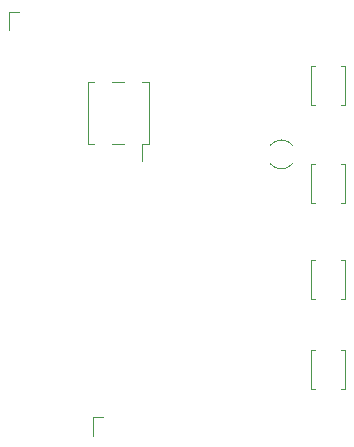
<source format=gbr>
G04 #@! TF.GenerationSoftware,KiCad,Pcbnew,(5.0.0)*
G04 #@! TF.CreationDate,2019-02-27T16:16:10+00:00*
G04 #@! TF.ProjectId,BubbleWatch,427562626C6557617463682E6B696361,rev?*
G04 #@! TF.SameCoordinates,Original*
G04 #@! TF.FileFunction,Legend,Bot*
G04 #@! TF.FilePolarity,Positive*
%FSLAX46Y46*%
G04 Gerber Fmt 4.6, Leading zero omitted, Abs format (unit mm)*
G04 Created by KiCad (PCBNEW (5.0.0)) date 02/27/19 16:16:10*
%MOMM*%
%LPD*%
G01*
G04 APERTURE LIST*
%ADD10C,0.120000*%
G04 APERTURE END LIST*
D10*
G04 #@! TO.C,SW3*
X157350000Y-83700000D02*
X157650000Y-83700000D01*
X157350000Y-80400000D02*
X157350000Y-83700000D01*
X157650000Y-80400000D02*
X157350000Y-80400000D01*
X160150000Y-83700000D02*
X159850000Y-83700000D01*
X159850000Y-80400000D02*
X160150000Y-80400000D01*
X160150000Y-80400000D02*
X160150000Y-83700000D01*
G04 #@! TO.C,SW2*
X157350000Y-75600000D02*
X157650000Y-75600000D01*
X157350000Y-72300000D02*
X157350000Y-75600000D01*
X157650000Y-72300000D02*
X157350000Y-72300000D01*
X160150000Y-75600000D02*
X159850000Y-75600000D01*
X159850000Y-72300000D02*
X160150000Y-72300000D01*
X160150000Y-72300000D02*
X160150000Y-75600000D01*
G04 #@! TO.C,SW1*
X157350000Y-67350000D02*
X157350000Y-64050000D01*
X157650000Y-67350000D02*
X157350000Y-67350000D01*
X157350000Y-64050000D02*
X157650000Y-64050000D01*
X159850000Y-67350000D02*
X160150000Y-67350000D01*
X160150000Y-67350000D02*
X160150000Y-64050000D01*
X160150000Y-64050000D02*
X159850000Y-64050000D01*
G04 #@! TO.C,J3*
X131750000Y-59405000D02*
X131750000Y-60975000D01*
X132570000Y-59405000D02*
X131750000Y-59405000D01*
G04 #@! TO.C,SW4*
X160150000Y-88050000D02*
X159850000Y-88050000D01*
X160150000Y-91350000D02*
X160150000Y-88050000D01*
X159850000Y-91350000D02*
X160150000Y-91350000D01*
X157350000Y-88050000D02*
X157650000Y-88050000D01*
X157650000Y-91350000D02*
X157350000Y-91350000D01*
X157350000Y-91350000D02*
X157350000Y-88050000D01*
G04 #@! TO.C,Y1*
X153850439Y-72281814D02*
G75*
G03X155750000Y-72281281I949561J781814D01*
G01*
X153850439Y-70718186D02*
G75*
G02X155750000Y-70718719I949561J-781814D01*
G01*
G04 #@! TO.C,J2*
X143600000Y-70600000D02*
X143600000Y-65400000D01*
X138400000Y-70600000D02*
X138400000Y-65400000D01*
X143030000Y-72040000D02*
X143030000Y-70600000D01*
X143600000Y-70600000D02*
X143030000Y-70600000D01*
X143600000Y-65400000D02*
X143030000Y-65400000D01*
X138970000Y-70600000D02*
X138400000Y-70600000D01*
X138970000Y-65400000D02*
X138400000Y-65400000D01*
X141510000Y-70600000D02*
X140490000Y-70600000D01*
X141510000Y-65400000D02*
X140490000Y-65400000D01*
G04 #@! TO.C,J3*
X139670000Y-93735000D02*
X138850000Y-93735000D01*
X138850000Y-93735000D02*
X138850000Y-95305000D01*
G04 #@! TD*
M02*

</source>
